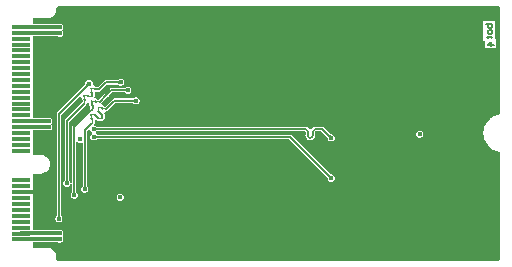
<source format=gbl>
G04*
G04 #@! TF.GenerationSoftware,Altium Limited,Altium Designer,21.1.0 (24)*
G04*
G04 Layer_Physical_Order=4*
G04 Layer_Color=16711680*
%FSLAX44Y44*%
%MOMM*%
G71*
G04*
G04 #@! TF.SameCoordinates,8E971300-D6CB-4BFE-A36B-9E0936113F83*
G04*
G04*
G04 #@! TF.FilePolarity,Positive*
G04*
G01*
G75*
%ADD12C,0.1500*%
%ADD22R,1.5000X0.3500*%
%ADD30C,0.1717*%
%ADD31C,0.3000*%
%ADD32C,0.4000*%
G36*
X417961Y256531D02*
Y165879D01*
X415538Y165397D01*
X415353Y165320D01*
X415156Y165281D01*
X412620Y164231D01*
X412453Y164119D01*
X412268Y164042D01*
X409986Y162518D01*
X409844Y162376D01*
X409677Y162264D01*
X407736Y160323D01*
X407625Y160156D01*
X407482Y160014D01*
X405958Y157732D01*
X405881Y157547D01*
X405769Y157380D01*
X404719Y154844D01*
X404680Y154647D01*
X404603Y154462D01*
X404067Y151770D01*
Y151619D01*
X404031Y151472D01*
X403963Y150100D01*
X403978Y150000D01*
X403963Y149900D01*
X404031Y148528D01*
X404067Y148381D01*
Y148230D01*
X404603Y145538D01*
X404680Y145353D01*
X404719Y145156D01*
X405769Y142620D01*
X405881Y142453D01*
X405957Y142268D01*
X407482Y139986D01*
X407624Y139844D01*
X407736Y139677D01*
X409676Y137736D01*
X409843Y137624D01*
X409985Y137482D01*
X412267Y135958D01*
X412453Y135881D01*
X412620Y135769D01*
X415155Y134719D01*
X415352Y134680D01*
X415538Y134603D01*
X417961Y134121D01*
Y43345D01*
X416655Y42039D01*
X43345D01*
X42039Y43345D01*
Y45750D01*
X42019Y45849D01*
X42029Y45950D01*
X41933Y46925D01*
X41846Y47212D01*
X41788Y47506D01*
X41041Y49308D01*
X40599Y49970D01*
X39220Y51349D01*
X39220Y51349D01*
X38558Y51791D01*
X36756Y52538D01*
X36462Y52596D01*
X36175Y52683D01*
X35200Y52779D01*
X35099Y52769D01*
X35000Y52789D01*
X22540D01*
Y57417D01*
X22974Y57418D01*
X23054Y57452D01*
X43425D01*
X44512Y57002D01*
X45706D01*
X46808Y57458D01*
X47652Y58302D01*
X48109Y59405D01*
Y60598D01*
X47652Y61701D01*
X47733Y63318D01*
X47907Y63492D01*
X48364Y64595D01*
Y65788D01*
X47907Y66891D01*
X47063Y67735D01*
X45961Y68191D01*
X44767D01*
X43664Y67735D01*
X43574Y67645D01*
X23062D01*
X22984Y67678D01*
X22540Y67684D01*
Y95710D01*
Y98498D01*
X22399Y98498D01*
X20089Y98359D01*
X20000Y98322D01*
X19970Y98280D01*
Y101720D01*
X20000Y101678D01*
X20089Y101641D01*
X20240Y101608D01*
X20450Y101579D01*
X21049Y101535D01*
X22540Y101508D01*
Y104290D01*
Y115711D01*
X29000D01*
X29099Y115731D01*
X29200Y115721D01*
X30370Y115836D01*
X30657Y115923D01*
X30951Y115981D01*
X33114Y116877D01*
X33775Y117319D01*
X35431Y118975D01*
X35873Y119636D01*
X36769Y121799D01*
X36827Y122093D01*
X36914Y122380D01*
X37029Y123550D01*
X37010Y123750D01*
X37029Y123950D01*
X36914Y125120D01*
X36827Y125407D01*
X36769Y125701D01*
X35873Y127864D01*
X35431Y128525D01*
X33775Y130181D01*
X33114Y130623D01*
X30951Y131519D01*
X30657Y131577D01*
X30370Y131664D01*
X29200Y131779D01*
X29099Y131769D01*
X29000Y131789D01*
X22540D01*
Y152416D01*
X22974Y152418D01*
X23054Y152451D01*
X35124D01*
X35329Y152366D01*
X36523D01*
X37626Y152823D01*
X38469Y153667D01*
X38926Y154769D01*
Y155963D01*
X38469Y157065D01*
X37844Y157690D01*
X38469Y158315D01*
X38926Y159418D01*
Y160611D01*
X38469Y161714D01*
X37626Y162558D01*
X36523Y163015D01*
X35329D01*
X34227Y162558D01*
X34225Y162556D01*
X23065D01*
X22989Y162590D01*
X22540Y162598D01*
Y232280D01*
X23004Y232295D01*
X23077Y232328D01*
X43610D01*
X43727Y232210D01*
X44830Y231753D01*
X46024D01*
X47126Y232210D01*
X47970Y233054D01*
X48427Y234156D01*
Y235350D01*
X47970Y236452D01*
X47199Y237223D01*
X47798Y237822D01*
X48255Y238925D01*
Y240118D01*
X47798Y241221D01*
X46954Y242065D01*
X45852Y242521D01*
X44658D01*
X44654Y242519D01*
X44506Y242549D01*
X23066D01*
X22989Y242582D01*
X22540Y242590D01*
Y247211D01*
X35000D01*
X35099Y247231D01*
X35200Y247221D01*
X36175Y247317D01*
X36462Y247404D01*
X36756Y247462D01*
X38558Y248209D01*
X38558Y248209D01*
X39220Y248651D01*
X39220Y248651D01*
X40599Y250030D01*
X40599Y250030D01*
X41041Y250692D01*
X41041Y250692D01*
X41788Y252494D01*
X41846Y252788D01*
X41933Y253074D01*
X42029Y254050D01*
X42019Y254151D01*
X42039Y254250D01*
Y256337D01*
X43402Y257836D01*
X416655D01*
X417961Y256531D01*
D02*
G37*
G36*
X20000Y241678D02*
X20089Y241640D01*
X20240Y241608D01*
X20450Y241579D01*
X21049Y241535D01*
X22970Y241500D01*
Y238500D01*
X22399Y238498D01*
X20089Y238360D01*
X20000Y238322D01*
X19970Y238281D01*
Y241719D01*
X20000Y241678D01*
D02*
G37*
G36*
Y236654D02*
X20089Y236596D01*
X20240Y236545D01*
X20450Y236500D01*
X20719Y236462D01*
X21439Y236407D01*
X22970Y236376D01*
Y233377D01*
X19970Y233281D01*
Y236719D01*
X20000Y236654D01*
D02*
G37*
G36*
Y161679D02*
X20089Y161643D01*
X20240Y161611D01*
X20450Y161584D01*
X21049Y161541D01*
X22970Y161507D01*
Y158507D01*
X22399Y158505D01*
X20089Y158362D01*
X20000Y158324D01*
X19970Y158280D01*
Y161719D01*
X20000Y161679D01*
D02*
G37*
G36*
Y156678D02*
X20089Y156641D01*
X20240Y156608D01*
X20450Y156579D01*
X21049Y156535D01*
X22970Y156500D01*
Y153500D01*
X22399Y153498D01*
X20089Y153359D01*
X20000Y153322D01*
X19970Y153280D01*
Y156720D01*
X20000Y156678D01*
D02*
G37*
G36*
Y66696D02*
X20089Y66675D01*
X20240Y66656D01*
X20719Y66627D01*
X22970Y66596D01*
Y63596D01*
X22399Y63593D01*
X20240Y63441D01*
X20089Y63394D01*
X20000Y63340D01*
X19970Y63281D01*
Y66719D01*
X20000Y66696D01*
D02*
G37*
G36*
Y61678D02*
X20089Y61641D01*
X20240Y61608D01*
X20450Y61580D01*
X21049Y61536D01*
X22970Y61501D01*
Y58501D01*
X22399Y58499D01*
X20089Y58360D01*
X20000Y58322D01*
X19970Y58281D01*
Y61719D01*
X20000Y61678D01*
D02*
G37*
%LPC*%
G36*
X414000Y245000D02*
X404002D01*
Y228337D01*
X405002D01*
Y221668D01*
X415000D01*
Y230000D01*
X414000D01*
Y245000D01*
D02*
G37*
G36*
X97454Y195903D02*
X96260D01*
X95157Y195447D01*
X94876Y195166D01*
X94694Y195098D01*
X94622Y195031D01*
X94584Y195003D01*
X94539Y194975D01*
X94484Y194948D01*
X94416Y194921D01*
X94335Y194897D01*
X94237Y194876D01*
X94124Y194859D01*
X93995Y194848D01*
X93822Y194844D01*
X93719Y194798D01*
X83998D01*
X83273Y194654D01*
X82659Y194243D01*
X77598Y189183D01*
X76372Y189079D01*
X75053Y189960D01*
X73874Y190194D01*
X73064Y191257D01*
X73012Y191376D01*
X73000Y191465D01*
Y192597D01*
X72543Y193699D01*
X71699Y194543D01*
X70597Y195000D01*
X69403D01*
X68301Y194543D01*
X67457Y193699D01*
X67000Y192597D01*
Y192199D01*
X66919Y192023D01*
X66915Y191924D01*
X66908Y191877D01*
X66896Y191826D01*
X66876Y191768D01*
X66847Y191701D01*
X66807Y191626D01*
X66753Y191543D01*
X66685Y191451D01*
X66601Y191352D01*
X66482Y191226D01*
X66442Y191121D01*
X43151Y167831D01*
X42740Y167216D01*
X42596Y166491D01*
Y80638D01*
X42550Y80535D01*
X42546Y80362D01*
X42535Y80233D01*
X42518Y80120D01*
X42497Y80022D01*
X42473Y79941D01*
X42446Y79873D01*
X42419Y79818D01*
X42391Y79773D01*
X42363Y79735D01*
X42296Y79663D01*
X42228Y79481D01*
X41947Y79200D01*
X41491Y78097D01*
Y76904D01*
X41947Y75801D01*
X42791Y74957D01*
X43894Y74500D01*
X45087D01*
X46190Y74957D01*
X47034Y75801D01*
X47491Y76904D01*
Y78097D01*
X47034Y79200D01*
X46753Y79481D01*
X46686Y79663D01*
X46619Y79735D01*
X46590Y79773D01*
X46562Y79818D01*
X46535Y79873D01*
X46509Y79941D01*
X46484Y80022D01*
X46463Y80120D01*
X46446Y80233D01*
X46436Y80362D01*
X46431Y80535D01*
X46385Y80638D01*
Y165706D01*
X62429Y181749D01*
X63600Y181124D01*
X63413Y180184D01*
X63722Y178629D01*
X64603Y177310D01*
X64574Y176969D01*
X64438Y176107D01*
X64395Y176014D01*
X64131Y175715D01*
X50019Y161603D01*
X49608Y160988D01*
X49464Y160263D01*
Y110638D01*
X49418Y110535D01*
X49413Y110362D01*
X49402Y110232D01*
X49386Y110119D01*
X49365Y110022D01*
X49340Y109941D01*
X49314Y109873D01*
X49287Y109818D01*
X49259Y109773D01*
X49230Y109735D01*
X49164Y109663D01*
X49096Y109480D01*
X48815Y109199D01*
X48358Y108097D01*
Y106903D01*
X48815Y105801D01*
X49659Y104957D01*
X50762Y104500D01*
X51955D01*
X53058Y104957D01*
X53902Y105801D01*
X54358Y106903D01*
X55226Y106864D01*
Y106864D01*
X55227Y106864D01*
X55605Y105751D01*
Y99637D01*
X55027Y99059D01*
X54571Y97957D01*
Y96763D01*
X55027Y95661D01*
X55871Y94817D01*
X56974Y94360D01*
X58168D01*
X59270Y94817D01*
X60114Y95661D01*
X60571Y96763D01*
Y97957D01*
X60114Y99059D01*
X59395Y99779D01*
Y142066D01*
X60665Y142593D01*
X60801Y142457D01*
X61903Y142000D01*
X63097D01*
X63275Y142074D01*
X64545Y141225D01*
Y104993D01*
X63728Y104176D01*
X63271Y103073D01*
Y101880D01*
X63728Y100777D01*
X64571Y99933D01*
X65674Y99476D01*
X66868D01*
X67970Y99933D01*
X68814Y100777D01*
X69271Y101880D01*
Y103073D01*
X68814Y104176D01*
X68335Y104655D01*
Y151631D01*
X69688Y152984D01*
X70150Y152936D01*
X71074Y152574D01*
X71414Y151752D01*
X72258Y150908D01*
X72581Y150774D01*
Y149399D01*
X72530Y149378D01*
X71686Y148535D01*
X71229Y147432D01*
Y146238D01*
X71686Y145136D01*
X72530Y144292D01*
X73633Y143835D01*
X74826D01*
X75929Y144292D01*
X76210Y144573D01*
X76392Y144640D01*
X76465Y144707D01*
X76502Y144736D01*
X76547Y144763D01*
X76603Y144791D01*
X76670Y144817D01*
X76752Y144841D01*
X76849Y144863D01*
X76962Y144879D01*
X77091Y144890D01*
X77264Y144895D01*
X77367Y144941D01*
X239380D01*
X271442Y112879D01*
X271482Y112774D01*
X271601Y112648D01*
X271685Y112549D01*
X271753Y112458D01*
X271807Y112374D01*
X271847Y112299D01*
X271876Y112232D01*
X271896Y112174D01*
X271908Y112122D01*
X271915Y112076D01*
X271919Y111977D01*
X272000Y111801D01*
Y111403D01*
X272457Y110301D01*
X273301Y109457D01*
X274403Y109000D01*
X275597D01*
X276699Y109457D01*
X277543Y110301D01*
X278000Y111403D01*
Y112597D01*
X277543Y113699D01*
X276699Y114543D01*
X275597Y115000D01*
X275199D01*
X275023Y115082D01*
X274924Y115085D01*
X274877Y115092D01*
X274826Y115104D01*
X274767Y115124D01*
X274701Y115153D01*
X274626Y115193D01*
X274543Y115247D01*
X274451Y115315D01*
X274352Y115399D01*
X274226Y115518D01*
X274121Y115558D01*
X241505Y148175D01*
X240890Y148586D01*
X240165Y148730D01*
X77367D01*
X77264Y148776D01*
X77091Y148780D01*
X76962Y148791D01*
X76849Y148808D01*
X76752Y148829D01*
X76670Y148853D01*
X76602Y148880D01*
X76547Y148907D01*
X76502Y148935D01*
X76465Y148963D01*
X76392Y149030D01*
X76210Y149097D01*
X75929Y149378D01*
X75606Y149512D01*
Y150887D01*
X75657Y150908D01*
X75938Y151189D01*
X76121Y151256D01*
X76193Y151323D01*
X76230Y151352D01*
X76276Y151379D01*
X76331Y151407D01*
X76398Y151433D01*
X76480Y151457D01*
X76577Y151479D01*
X76690Y151495D01*
X76819Y151506D01*
X76993Y151511D01*
X77095Y151556D01*
X253115D01*
Y151477D01*
X253225Y151432D01*
X253270Y151323D01*
X253349D01*
Y148122D01*
X253307D01*
X253617Y146567D01*
X254498Y145248D01*
X255816Y144367D01*
X257372Y144057D01*
X258927Y144367D01*
X260246Y145248D01*
X261127Y146567D01*
X261437Y148122D01*
X261395D01*
Y151323D01*
X261474D01*
X261519Y151432D01*
X261629Y151477D01*
Y151556D01*
X266764D01*
X271442Y146879D01*
X271482Y146774D01*
X271601Y146648D01*
X271685Y146549D01*
X271753Y146458D01*
X271807Y146374D01*
X271847Y146299D01*
X271876Y146232D01*
X271896Y146174D01*
X271908Y146123D01*
X271915Y146076D01*
X271919Y145977D01*
X272000Y145801D01*
Y145403D01*
X272457Y144301D01*
X273301Y143457D01*
X274403Y143000D01*
X275597D01*
X276699Y143457D01*
X277543Y144301D01*
X278000Y145403D01*
Y146597D01*
X277543Y147699D01*
X276699Y148543D01*
X275597Y149000D01*
X275199D01*
X275023Y149081D01*
X274924Y149085D01*
X274877Y149092D01*
X274826Y149104D01*
X274767Y149124D01*
X274701Y149153D01*
X274626Y149193D01*
X274543Y149247D01*
X274451Y149315D01*
X274352Y149399D01*
X274226Y149518D01*
X274121Y149558D01*
X268889Y154791D01*
X268274Y155202D01*
X267549Y155346D01*
X261629D01*
Y155388D01*
X260073Y155078D01*
X258754Y154197D01*
X258078Y153184D01*
X257752Y153102D01*
X256991D01*
X256666Y153184D01*
X255989Y154197D01*
X254671Y155078D01*
X253115Y155388D01*
Y155346D01*
X77095D01*
X76993Y155392D01*
X76819Y155396D01*
X76690Y155407D01*
X76577Y155424D01*
X76480Y155445D01*
X76398Y155469D01*
X76331Y155496D01*
X76276Y155523D01*
X76230Y155551D01*
X76193Y155579D01*
X76121Y155646D01*
X75938Y155713D01*
X75657Y155994D01*
X74835Y156335D01*
X74658Y156613D01*
X74445Y157238D01*
X74378Y157721D01*
X75047Y158721D01*
X75356Y160277D01*
X75234Y160888D01*
X76380Y161500D01*
X76694Y161166D01*
X76694Y161166D01*
X78012Y160285D01*
X79568Y159975D01*
X81123Y160285D01*
X82442Y161166D01*
X82442Y161166D01*
X82442Y161166D01*
X82442Y161166D01*
X83323Y162485D01*
X83633Y164040D01*
X83323Y165596D01*
X82442Y166914D01*
X82468Y167131D01*
X83331Y168252D01*
X84887Y168561D01*
X86205Y169443D01*
X86176Y169472D01*
X92309Y175605D01*
X107652D01*
X108301Y174957D01*
X109403Y174500D01*
X110597D01*
X111699Y174957D01*
X112543Y175801D01*
X113000Y176903D01*
Y178097D01*
X112543Y179199D01*
X111699Y180043D01*
X110597Y180500D01*
X109403D01*
X108301Y180043D01*
X107652Y179395D01*
X91524D01*
X90799Y179251D01*
X90184Y178840D01*
X84371Y173027D01*
X83441Y172207D01*
X83279D01*
X82415Y172961D01*
X82415Y172961D01*
X81097Y173842D01*
X80866Y173888D01*
X80583Y175226D01*
X81395Y176095D01*
X86069Y180758D01*
X86677Y181364D01*
X86677Y181364D01*
X89817Y184497D01*
X100601D01*
X101249Y183848D01*
X102352Y183392D01*
X103545D01*
X104648Y183848D01*
X105492Y184692D01*
X105948Y185795D01*
Y186988D01*
X105492Y188091D01*
X104648Y188935D01*
X103545Y189392D01*
X102352D01*
X101249Y188935D01*
X100601Y188286D01*
X89033D01*
X88675Y188215D01*
X88310Y188143D01*
X88309Y188142D01*
X88308Y188142D01*
X88006Y187940D01*
X87695Y187733D01*
X84000Y184047D01*
X84000Y184047D01*
X83393Y183440D01*
X78544Y178603D01*
X77729Y178055D01*
X76868Y178627D01*
X76868Y178627D01*
X75618Y179463D01*
X75170Y179552D01*
X74586Y180963D01*
X74719Y181163D01*
X75029Y182718D01*
X74777Y183980D01*
X74870Y184156D01*
X75375Y184711D01*
X75775Y184978D01*
X76903Y184753D01*
X78459Y185063D01*
X79778Y185944D01*
X79748Y185973D01*
X84783Y191009D01*
X93719D01*
X93822Y190963D01*
X93995Y190958D01*
X94124Y190947D01*
X94237Y190931D01*
X94335Y190910D01*
X94416Y190885D01*
X94484Y190859D01*
X94539Y190832D01*
X94584Y190804D01*
X94622Y190775D01*
X94694Y190709D01*
X94876Y190641D01*
X95157Y190360D01*
X96260Y189903D01*
X97454D01*
X98556Y190360D01*
X99400Y191204D01*
X99857Y192307D01*
Y193500D01*
X99400Y194603D01*
X98556Y195447D01*
X97454Y195903D01*
D02*
G37*
G36*
X350597Y152000D02*
X349403D01*
X348301Y151543D01*
X347457Y150699D01*
X347000Y149597D01*
Y148403D01*
X347457Y147301D01*
X348301Y146457D01*
X349403Y146000D01*
X350597D01*
X351699Y146457D01*
X352543Y147301D01*
X353000Y148403D01*
Y149597D01*
X352543Y150699D01*
X351699Y151543D01*
X350597Y152000D01*
D02*
G37*
G36*
X96985Y98857D02*
X95791D01*
X94688Y98401D01*
X93844Y97557D01*
X93388Y96454D01*
Y95261D01*
X93844Y94158D01*
X94688Y93314D01*
X95791Y92858D01*
X96985D01*
X98087Y93314D01*
X98931Y94158D01*
X99388Y95261D01*
Y96454D01*
X98931Y97557D01*
X98087Y98401D01*
X96985Y98857D01*
D02*
G37*
%LPD*%
G36*
X95429Y191503D02*
X95317Y191606D01*
X95196Y191698D01*
X95064Y191780D01*
X94921Y191850D01*
X94769Y191910D01*
X94606Y191958D01*
X94432Y191996D01*
X94249Y192023D01*
X94055Y192040D01*
X93850Y192045D01*
Y193762D01*
X94055Y193767D01*
X94249Y193783D01*
X94432Y193810D01*
X94606Y193848D01*
X94769Y193897D01*
X94921Y193957D01*
X95064Y194027D01*
X95196Y194108D01*
X95317Y194200D01*
X95429Y194303D01*
Y191503D01*
D02*
G37*
G36*
X69980Y190000D02*
X69829Y189994D01*
X69677Y189973D01*
X69527Y189937D01*
X69376Y189886D01*
X69226Y189821D01*
X69076Y189740D01*
X68927Y189644D01*
X68778Y189534D01*
X68629Y189408D01*
X68481Y189267D01*
X67267Y190481D01*
X67408Y190629D01*
X67533Y190778D01*
X67644Y190927D01*
X67740Y191076D01*
X67821Y191226D01*
X67887Y191376D01*
X67937Y191527D01*
X67973Y191677D01*
X67994Y191828D01*
X68000Y191980D01*
X69980Y190000D01*
D02*
G37*
G36*
X69998Y175707D02*
X70307Y174151D01*
X71188Y172833D01*
X71258Y172518D01*
X71183Y171290D01*
X70950Y171027D01*
X70520Y170597D01*
X70519Y170596D01*
X70518Y170596D01*
X56160Y156238D01*
X55749Y155623D01*
X55605Y154898D01*
Y109249D01*
X55227Y108136D01*
X55226Y108136D01*
Y108136D01*
X54358Y108097D01*
X53902Y109199D01*
X53621Y109480D01*
X53553Y109663D01*
X53486Y109735D01*
X53458Y109773D01*
X53430Y109818D01*
X53403Y109873D01*
X53376Y109941D01*
X53352Y110022D01*
X53331Y110119D01*
X53314Y110232D01*
X53303Y110362D01*
X53299Y110535D01*
X53253Y110638D01*
Y159478D01*
X67708Y173934D01*
X67738Y173904D01*
X68619Y175223D01*
X68758Y175923D01*
X69998Y175707D01*
D02*
G37*
G36*
X75497Y154748D02*
X75619Y154656D01*
X75751Y154575D01*
X75893Y154504D01*
X76046Y154445D01*
X76209Y154396D01*
X76382Y154358D01*
X76566Y154331D01*
X76760Y154315D01*
X76964Y154310D01*
Y152593D01*
X76760Y152587D01*
X76566Y152571D01*
X76382Y152544D01*
X76209Y152506D01*
X76046Y152457D01*
X75893Y152398D01*
X75751Y152327D01*
X75619Y152246D01*
X75497Y152154D01*
X75386Y152051D01*
Y154851D01*
X75497Y154748D01*
D02*
G37*
G36*
X273629Y148592D02*
X273778Y148467D01*
X273927Y148356D01*
X274076Y148260D01*
X274226Y148179D01*
X274376Y148113D01*
X274527Y148063D01*
X274677Y148027D01*
X274828Y148006D01*
X274980Y148000D01*
X273000Y146020D01*
X272994Y146172D01*
X272973Y146323D01*
X272937Y146473D01*
X272887Y146624D01*
X272821Y146774D01*
X272740Y146924D01*
X272644Y147073D01*
X272533Y147222D01*
X272408Y147371D01*
X272267Y147519D01*
X273481Y148733D01*
X273629Y148592D01*
D02*
G37*
G36*
X75769Y148132D02*
X75891Y148040D01*
X76023Y147959D01*
X76165Y147889D01*
X76318Y147829D01*
X76481Y147780D01*
X76654Y147742D01*
X76838Y147715D01*
X77031Y147699D01*
X77236Y147694D01*
Y145977D01*
X77031Y145971D01*
X76838Y145955D01*
X76654Y145928D01*
X76481Y145890D01*
X76318Y145841D01*
X76165Y145782D01*
X76023Y145711D01*
X75891Y145630D01*
X75769Y145538D01*
X75658Y145435D01*
Y148235D01*
X75769Y148132D01*
D02*
G37*
G36*
X273629Y114592D02*
X273778Y114466D01*
X273927Y114356D01*
X274076Y114260D01*
X274226Y114179D01*
X274376Y114114D01*
X274527Y114063D01*
X274677Y114027D01*
X274828Y114006D01*
X274980Y114000D01*
X273000Y112020D01*
X272994Y112171D01*
X272973Y112323D01*
X272937Y112473D01*
X272887Y112624D01*
X272821Y112774D01*
X272740Y112924D01*
X272644Y113073D01*
X272533Y113222D01*
X272408Y113371D01*
X272267Y113519D01*
X273481Y114733D01*
X273629Y114592D01*
D02*
G37*
G36*
X52222Y110302D02*
X52238Y110108D01*
X52266Y109925D01*
X52303Y109751D01*
X52352Y109588D01*
X52412Y109436D01*
X52482Y109293D01*
X52563Y109161D01*
X52655Y109040D01*
X52758Y108928D01*
X49958D01*
X50061Y109040D01*
X50153Y109161D01*
X50235Y109293D01*
X50305Y109436D01*
X50365Y109588D01*
X50413Y109751D01*
X50451Y109925D01*
X50478Y110108D01*
X50495Y110302D01*
X50500Y110506D01*
X52217D01*
X52222Y110302D01*
D02*
G37*
G36*
X45354Y80302D02*
X45371Y80108D01*
X45398Y79925D01*
X45436Y79752D01*
X45484Y79588D01*
X45544Y79436D01*
X45615Y79293D01*
X45696Y79162D01*
X45788Y79040D01*
X45891Y78928D01*
X43091D01*
X43194Y79040D01*
X43286Y79162D01*
X43367Y79293D01*
X43437Y79436D01*
X43497Y79588D01*
X43546Y79752D01*
X43584Y79925D01*
X43611Y80108D01*
X43627Y80302D01*
X43632Y80507D01*
X45349D01*
X45354Y80302D01*
D02*
G37*
D12*
X406502Y242500D02*
X411500D01*
Y240001D01*
X410667Y239168D01*
X409834D01*
X409001D01*
X408168Y240001D01*
Y242500D01*
X411500Y236669D02*
Y235002D01*
X410667Y234169D01*
X409001D01*
X408168Y235002D01*
Y236669D01*
X409001Y237502D01*
X410667D01*
X411500Y236669D01*
X407335Y231670D02*
X408168D01*
Y232503D01*
Y230837D01*
Y231670D01*
X410667D01*
X411500Y230837D01*
X412500Y225001D02*
X407502D01*
X410001Y227500D01*
Y224168D01*
D22*
X12500Y240000D02*
D03*
Y235000D02*
D03*
Y230000D02*
D03*
Y225000D02*
D03*
Y220000D02*
D03*
Y215000D02*
D03*
Y210000D02*
D03*
Y205000D02*
D03*
Y200000D02*
D03*
Y195000D02*
D03*
Y190000D02*
D03*
Y185000D02*
D03*
Y180000D02*
D03*
Y175000D02*
D03*
Y170000D02*
D03*
Y165000D02*
D03*
Y160000D02*
D03*
Y155000D02*
D03*
Y150000D02*
D03*
Y145000D02*
D03*
Y140000D02*
D03*
Y135000D02*
D03*
Y110000D02*
D03*
Y105000D02*
D03*
Y100000D02*
D03*
Y95000D02*
D03*
Y90000D02*
D03*
Y85000D02*
D03*
Y80000D02*
D03*
Y75000D02*
D03*
Y70000D02*
D03*
Y65000D02*
D03*
Y60000D02*
D03*
D30*
X76238Y176569D02*
G03*
X79216Y176597I1475J1535D01*
G01*
X75537Y177242D02*
G03*
X72528Y177182I-1475J-1535D01*
G01*
D02*
G03*
X72588Y174172I1535J-1475D01*
G01*
X73187Y170582D02*
G03*
X73159Y173624I-1503J1507D01*
G01*
X81826Y170812D02*
G03*
X84836Y170812I1505J1505D01*
G01*
X81046Y171592D02*
G03*
X78036Y171592I-1505J-1505D01*
G01*
D02*
G03*
X78036Y168582I1505J-1505D01*
G01*
X81073Y162535D02*
G03*
X81073Y165545I-1505J1505D01*
G01*
X78063Y162535D02*
G03*
X81073Y162535I1505J1505D01*
G01*
X75026Y165572D02*
G03*
X72016Y165572I-1505J-1505D01*
G01*
X72016Y165572D02*
G03*
X72016Y162562I1505J-1505D01*
G01*
X72796Y158772D02*
G03*
X72796Y161782I-1505J1505D01*
G01*
X75398Y187313D02*
G03*
X78408Y187313I1505J1505D01*
G01*
X75002Y187709D02*
G03*
X71993Y187709I-1505J-1505D01*
G01*
D02*
G03*
X71993Y184699I1505J-1505D01*
G01*
X72469Y181213D02*
G03*
X72469Y184223I-1505J1505D01*
G01*
X69459Y181213D02*
G03*
X72469Y181213I1505J1505D01*
G01*
X68983Y181689D02*
G03*
X65973Y181689I-1505J-1505D01*
G01*
X65972Y181689D02*
G03*
X65972Y178679I1505J-1505D01*
G01*
X66368Y175273D02*
G03*
X66368Y178283I-1505J1505D01*
G01*
X261629Y153451D02*
G03*
X259500Y151323I0J-2128D01*
G01*
X255244Y148122D02*
G03*
X259500Y148122I2128J0D01*
G01*
X255244Y151323D02*
G03*
X253115Y153451I-2128J0D01*
G01*
X84731Y182099D02*
X85339Y182705D01*
X79216Y176597D02*
X84731Y182099D01*
X75537Y177242D02*
X76238Y176569D01*
X75537Y177242D02*
X75537Y177242D01*
X72588Y174172D02*
X72588Y174172D01*
X73159Y173624D01*
X73159Y173624D02*
X73159Y173624D01*
X72466Y169862D02*
X73187Y170582D01*
X71858Y169256D02*
X72466Y169862D01*
X85339Y182705D02*
X89033Y186392D01*
X57500Y154898D02*
X71858Y169256D01*
X84836Y170812D02*
X91524Y177500D01*
X81046Y171592D02*
X81826Y170812D01*
X81046Y171592D02*
X81046Y171592D01*
X78036Y168582D02*
X78036Y168582D01*
X81073Y165545D01*
X81073Y165545D02*
X81073Y165545D01*
X81073Y162535D02*
X81073Y162535D01*
X78063Y162535D02*
X78063Y162535D01*
X75026Y165572D02*
X78063Y162535D01*
X75026Y165572D02*
X75026Y165572D01*
X72016Y165572D02*
X72016Y165572D01*
X72016Y162562D02*
X72016Y162562D01*
X72796Y161782D01*
X72796Y161782D02*
X72796Y161782D01*
X72189Y158165D02*
X72796Y158772D01*
X66440Y152416D02*
X72189Y158165D01*
X91524Y177500D02*
X110000D01*
X89033Y186392D02*
X102949D01*
X66271Y102476D02*
X66440Y102646D01*
Y152416D01*
X57500Y97431D02*
X57571Y97360D01*
X57500Y97431D02*
Y154898D01*
X78408Y187313D02*
X82548Y191452D01*
X75002Y187709D02*
X75398Y187313D01*
X75002Y187709D02*
X75002Y187709D01*
X71993Y184699D02*
X71993Y184699D01*
X72469Y184223D01*
X72469Y184223D02*
X72469Y184223D01*
X72469Y181213D02*
X72469Y181213D01*
X69459Y181213D02*
X69459Y181213D01*
X68983Y181689D02*
X69459Y181213D01*
X68983Y181689D02*
X68983Y181689D01*
X65972Y181689D02*
X65973Y181689D01*
X65972Y178679D02*
X65972Y178679D01*
X66368Y178283D01*
X66368Y178283D02*
X66368Y178283D01*
X65761Y174666D02*
X66368Y175273D01*
X51358Y160263D02*
X65761Y174666D01*
X82548Y191452D02*
X83998Y192903D01*
X44491Y77500D02*
Y166491D01*
X70000Y192000D01*
X51358Y107500D02*
Y160263D01*
X261629Y153451D02*
X267549D01*
X259500Y148122D02*
Y151323D01*
X255244Y148122D02*
Y151323D01*
X248000Y153451D02*
X253115D01*
X73958D02*
X248000D01*
X267549D02*
X275000Y146000D01*
X240165Y146835D02*
X275000Y112000D01*
X74229Y146835D02*
X240165D01*
X83998Y192903D02*
X96857D01*
D31*
X12500Y235000D02*
X12623Y234876D01*
X44506Y240000D02*
X44984Y239521D01*
X12500Y240000D02*
X44506D01*
X44984Y239521D02*
X45255D01*
X12623Y234876D02*
X45303D01*
X45427Y234753D01*
X12500Y60000D02*
X12501Y60001D01*
X45108D01*
X45109Y60002D01*
X12507Y160007D02*
X35919D01*
X35926Y160015D01*
X12500Y160000D02*
X12507Y160007D01*
X35656Y155366D02*
X35926D01*
X12500Y155000D02*
X35289D01*
X35656Y155366D01*
X12500Y100000D02*
X30000D01*
X12596Y65096D02*
X45268D01*
X45364Y65191D01*
X12500Y65000D02*
X12596Y65096D01*
D32*
X391000Y220000D02*
D03*
X241000D02*
D03*
X166000Y170000D02*
D03*
X116000Y70000D02*
D03*
X391000Y120000D02*
D03*
X316000Y170000D02*
D03*
X191000Y220000D02*
D03*
X91000Y120000D02*
D03*
X41000Y220000D02*
D03*
X316000Y70000D02*
D03*
X116000Y170000D02*
D03*
X366000D02*
D03*
X191000Y120000D02*
D03*
X366000Y70000D02*
D03*
X91000Y220000D02*
D03*
X141000Y120000D02*
D03*
X166000Y70000D02*
D03*
X291000Y220000D02*
D03*
X141000D02*
D03*
X266000Y70000D02*
D03*
X341000Y220000D02*
D03*
Y120000D02*
D03*
X216000Y70000D02*
D03*
X62582Y123639D02*
D03*
X66271Y102476D02*
D03*
X62500Y145000D02*
D03*
X57571Y97360D02*
D03*
X45427Y234753D02*
D03*
X45255Y239521D02*
D03*
X45109Y60002D02*
D03*
X35926Y160015D02*
D03*
Y155366D02*
D03*
X44491Y77500D02*
D03*
X45364Y65191D02*
D03*
X99790Y141306D02*
D03*
X100122Y158509D02*
D03*
X350000Y149000D02*
D03*
X275000Y146000D02*
D03*
Y112000D02*
D03*
X73958Y153451D02*
D03*
X70000Y192000D02*
D03*
X96857Y192903D02*
D03*
X102949Y186392D02*
D03*
X110000Y177500D02*
D03*
X74229Y146835D02*
D03*
X96388Y95857D02*
D03*
X82543Y101664D02*
D03*
X82500Y112500D02*
D03*
X51358Y107500D02*
D03*
M02*

</source>
